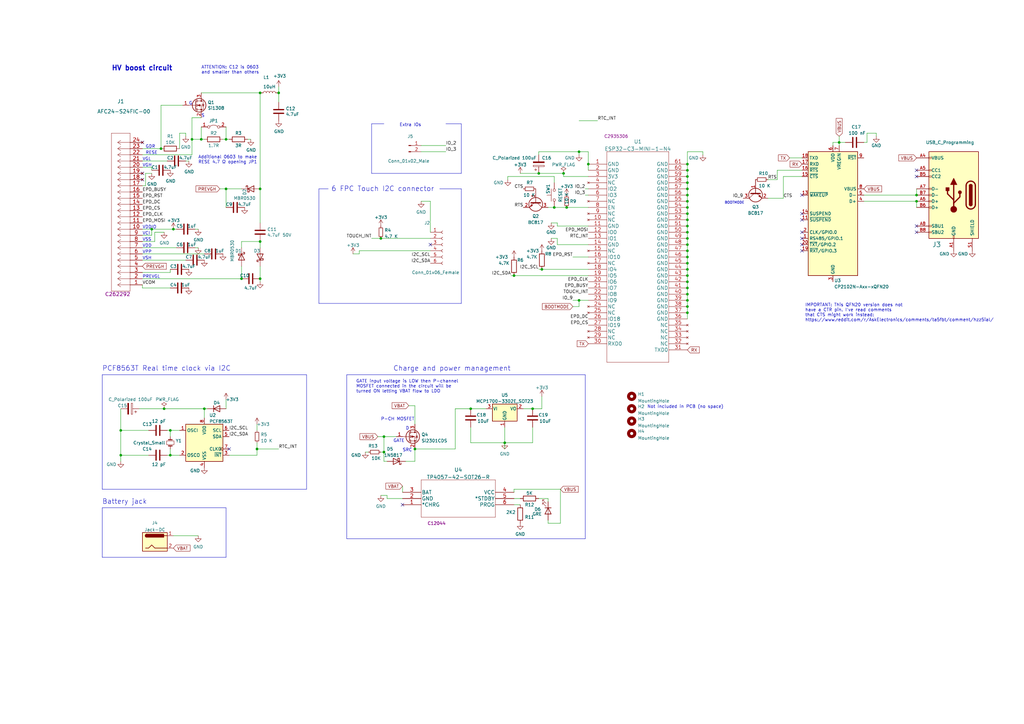
<source format=kicad_sch>
(kicad_sch (version 20230121) (generator eeschema)
  (paper "A3")
  (title_block (title "Goodisplay 24 pin adapter with touch for small epaper") (rev "1.0") (company "FASANI CORPORATION"))
  (junction (at 281.94 80.01))
  (junction (at 281.94 92.71))
  (junction (at 281.94 123.19))
  (junction (at 210.82 113.03))
  (junction (at 375.92 82.55))
  (junction (at 281.94 87.63))
  (junction (at 281.94 74.93))
  (junction (at 78.74 57.15))
  (junction (at 281.94 102.87))
  (junction (at 281.94 77.47))
  (junction (at 220.98 71.12))
  (junction (at 106.68 99.06))
  (junction (at 193.04 167.64))
  (junction (at 106.68 77.47))
  (junction (at 375.92 80.01))
  (junction (at 281.94 97.79))
  (junction (at 66.04 60.96))
  (junction (at 281.94 107.95))
  (junction (at 92.71 77.47))
  (junction (at 99.06 114.3))
  (junction (at 281.94 128.27))
  (junction (at 82.55 57.15))
  (junction (at 281.94 69.85))
  (junction (at 281.94 67.31))
  (junction (at 49.53 176.53))
  (junction (at 241.3 67.31))
  (junction (at 281.94 100.33))
  (junction (at 157.48 185.42))
  (junction (at 71.12 93.98))
  (junction (at 69.85 176.53))
  (junction (at 62.23 93.98))
  (junction (at 67.31 167.64))
  (junction (at 281.94 105.41))
  (junction (at 232.41 85.09))
  (junction (at 281.94 110.49))
  (junction (at 92.71 57.15))
  (junction (at 281.94 113.03))
  (junction (at 218.44 167.64))
  (junction (at 207.01 181.61))
  (junction (at 106.68 114.3))
  (junction (at 227.33 85.09))
  (junction (at 222.25 110.49))
  (junction (at 281.94 72.39))
  (junction (at 281.94 120.65))
  (junction (at 237.49 62.23))
  (junction (at 105.41 184.15))
  (junction (at 231.14 71.12))
  (junction (at 281.94 82.55))
  (junction (at 157.48 179.07))
  (junction (at 69.85 186.69))
  (junction (at 281.94 125.73))
  (junction (at 281.94 85.09))
  (junction (at 114.3 38.1))
  (junction (at 237.49 123.19))
  (junction (at 49.53 186.69))
  (junction (at 344.17 58.42))
  (junction (at 170.18 184.15))
  (junction (at 281.94 90.17))
  (junction (at 106.68 38.1))
  (junction (at 281.94 118.11))
  (junction (at 281.94 95.25))
  (junction (at 83.82 167.64))
  (junction (at 281.94 115.57))
  (junction (at 156.21 97.79))
  (no_connect (at 328.93 90.17))
  (no_connect (at 165.1 207.01))
  (no_connect (at 328.93 97.79))
  (no_connect (at 375.92 72.39))
  (no_connect (at 58.42 73.66))
  (no_connect (at 375.92 92.71))
  (no_connect (at 375.92 95.25))
  (no_connect (at 328.93 100.33))
  (no_connect (at 58.42 71.12))
  (no_connect (at 328.93 102.87))
  (no_connect (at 328.93 95.25))
  (no_connect (at 375.92 69.85))
  (no_connect (at 58.42 58.42))
  (no_connect (at 328.93 80.01))
  (no_connect (at 176.53 100.33))
  (no_connect (at 328.93 87.63))
  (no_connect (at 93.98 184.15))
  (polyline (pts (xy 189.23 77.47) (xy 189.23 124.46)))
  (wire (pts (xy 157.48 179.07) (xy 162.56 179.07)))
  (wire (pts (xy 281.94 130.81) (xy 281.94 128.27)))
  (wire (pts (xy 69.85 186.69) (xy 73.66 186.69)))
  (wire (pts (xy 166.37 189.23) (xy 170.18 189.23)))
  (wire (pts (xy 62.23 96.52) (xy 62.23 93.98)))
  (wire (pts (xy 105.41 184.15) (xy 105.41 186.69)))
  (wire (pts (xy 147.32 102.87) (xy 147.32 104.14)))
  (polyline (pts (xy 41.91 153.67) (xy 41.91 200.66)))
  (wire (pts (xy 237.49 62.23) (xy 237.49 63.5)))
  (wire (pts (xy 58.42 99.06) (xy 63.5 99.06)))
  (wire (pts (xy 234.95 125.73) (xy 237.49 125.73)))
  (wire (pts (xy 281.94 123.19) (xy 281.94 120.65)))
  (wire (pts (xy 281.94 105.41) (xy 281.94 102.87)))
  (wire (pts (xy 218.44 167.64) (xy 222.25 167.64)))
  (wire (pts (xy 355.6 58.42) (xy 355.6 54.61)))
  (wire (pts (xy 241.3 100.33) (xy 228.6 100.33)))
  (wire (pts (xy 207.01 175.26) (xy 207.01 181.61)))
  (polyline (pts (xy 41.91 200.66) (xy 125.73 200.66)))
  (wire (pts (xy 281.94 72.39) (xy 281.94 69.85)))
  (wire (pts (xy 227.33 72.39) (xy 208.28 72.39)))
  (wire (pts (xy 170.18 184.15) (xy 186.69 184.15)))
  (wire (pts (xy 92.71 57.15) (xy 93.98 57.15)))
  (wire (pts (xy 229.87 214.63) (xy 229.87 200.66)))
  (wire (pts (xy 81.28 93.98) (xy 80.01 93.98)))
  (wire (pts (xy 328.93 69.85) (xy 318.77 69.85)))
  (wire (pts (xy 232.41 85.09) (xy 241.3 85.09)))
  (wire (pts (xy 281.94 87.63) (xy 281.94 85.09)))
  (wire (pts (xy 228.6 97.79) (xy 228.6 100.33)))
  (polyline (pts (xy 130.81 77.47) (xy 134.62 77.47)))
  (wire (pts (xy 281.94 100.33) (xy 281.94 97.79)))
  (polyline (pts (xy 41.91 208.28) (xy 92.71 208.28)))
  (wire (pts (xy 224.79 204.47) (xy 224.79 205.74)))
  (wire (pts (xy 344.17 55.88) (xy 344.17 58.42)))
  (wire (pts (xy 209.55 113.03) (xy 210.82 113.03)))
  (wire (pts (xy 375.92 82.55) (xy 375.92 85.09)))
  (wire (pts (xy 99.06 99.06) (xy 106.68 99.06)))
  (wire (pts (xy 63.5 99.06) (xy 63.5 95.25)))
  (polyline (pts (xy 180.34 77.47) (xy 189.23 77.47)))
  (wire (pts (xy 59.69 71.12) (xy 62.23 71.12)))
  (wire (pts (xy 186.69 184.15) (xy 186.69 167.64)))
  (wire (pts (xy 58.42 63.5) (xy 78.74 63.5)))
  (wire (pts (xy 78.74 48.26) (xy 78.74 57.15)))
  (wire (pts (xy 207.01 181.61) (xy 218.44 181.61)))
  (wire (pts (xy 341.63 59.69) (xy 341.63 58.42)))
  (wire (pts (xy 58.42 93.98) (xy 62.23 93.98)))
  (wire (pts (xy 241.3 62.23) (xy 237.49 62.23)))
  (wire (pts (xy 76.2 54.61) (xy 76.2 55.88)))
  (polyline (pts (xy 189.23 71.12) (xy 152.4 71.12)))
  (wire (pts (xy 58.42 76.2) (xy 59.69 76.2)))
  (wire (pts (xy 344.17 58.42) (xy 344.17 59.69)))
  (wire (pts (xy 281.94 67.31) (xy 281.94 62.23)))
  (wire (pts (xy 220.98 204.47) (xy 224.79 204.47)))
  (wire (pts (xy 82.55 57.15) (xy 83.82 57.15)))
  (wire (pts (xy 80.01 101.6) (xy 81.28 101.6)))
  (wire (pts (xy 241.3 67.31) (xy 241.3 69.85)))
  (wire (pts (xy 58.42 116.84) (xy 58.42 118.11)))
  (wire (pts (xy 72.39 93.98) (xy 71.12 93.98)))
  (wire (pts (xy 82.55 38.1) (xy 106.68 38.1)))
  (polyline (pts (xy 189.23 50.8) (xy 189.23 71.12)))
  (wire (pts (xy 82.55 52.07) (xy 82.55 57.15)))
  (wire (pts (xy 176.53 102.87) (xy 147.32 102.87)))
  (wire (pts (xy 106.68 38.1) (xy 106.68 77.47)))
  (wire (pts (xy 170.18 189.23) (xy 170.18 184.15)))
  (wire (pts (xy 170.18 166.37) (xy 170.18 173.99)))
  (wire (pts (xy 240.03 80.01) (xy 241.3 80.01)))
  (wire (pts (xy 69.85 176.53) (xy 73.66 176.53)))
  (wire (pts (xy 224.79 213.36) (xy 224.79 214.63)))
  (wire (pts (xy 328.93 72.39) (xy 321.31 72.39)))
  (wire (pts (xy 281.94 125.73) (xy 281.94 123.19)))
  (wire (pts (xy 99.06 109.22) (xy 99.06 114.3)))
  (wire (pts (xy 158.75 204.47) (xy 158.75 203.2)))
  (wire (pts (xy 222.25 167.64) (xy 222.25 162.56)))
  (wire (pts (xy 281.94 118.11) (xy 281.94 115.57)))
  (wire (pts (xy 210.82 207.01) (xy 213.36 207.01)))
  (wire (pts (xy 220.98 71.12) (xy 231.14 71.12)))
  (wire (pts (xy 176.53 82.55) (xy 176.53 95.25)))
  (wire (pts (xy 220.98 62.23) (xy 220.98 63.5)))
  (wire (pts (xy 218.44 181.61) (xy 218.44 175.26)))
  (wire (pts (xy 69.85 111.76) (xy 69.85 110.49)))
  (wire (pts (xy 157.48 189.23) (xy 158.75 189.23)))
  (wire (pts (xy 154.94 179.07) (xy 157.48 179.07)))
  (wire (pts (xy 241.3 92.71) (xy 228.6 92.71)))
  (wire (pts (xy 354.33 82.55) (xy 375.92 82.55)))
  (wire (pts (xy 281.94 82.55) (xy 281.94 80.01)))
  (wire (pts (xy 241.3 72.39) (xy 231.14 72.39)))
  (wire (pts (xy 323.85 64.77) (xy 328.93 64.77)))
  (wire (pts (xy 90.17 77.47) (xy 92.71 77.47)))
  (wire (pts (xy 62.23 68.58) (xy 62.23 69.85)))
  (wire (pts (xy 172.72 59.69) (xy 182.88 59.69)))
  (polyline (pts (xy 189.23 124.46) (xy 130.81 124.46)))
  (wire (pts (xy 213.36 71.12) (xy 220.98 71.12)))
  (wire (pts (xy 106.68 77.47) (xy 106.68 91.44)))
  (wire (pts (xy 229.87 214.63) (xy 224.79 214.63)))
  (wire (pts (xy 60.96 186.69) (xy 49.53 186.69)))
  (wire (pts (xy 193.04 167.64) (xy 199.39 167.64)))
  (wire (pts (xy 92.71 77.47) (xy 99.06 77.47)))
  (wire (pts (xy 240.03 77.47) (xy 241.3 77.47)))
  (wire (pts (xy 156.21 185.42) (xy 157.48 185.42)))
  (wire (pts (xy 228.6 92.71) (xy 228.6 91.44)))
  (wire (pts (xy 67.31 167.64) (xy 83.82 167.64)))
  (wire (pts (xy 99.06 101.6) (xy 99.06 99.06)))
  (wire (pts (xy 281.94 115.57) (xy 281.94 113.03)))
  (polyline (pts (xy 130.81 124.46) (xy 130.81 77.47)))
  (wire (pts (xy 83.82 167.64) (xy 83.82 171.45)))
  (polyline (pts (xy 142.24 153.67) (xy 142.24 220.98)))
  (wire (pts (xy 237.49 125.73) (xy 237.49 123.19)))
  (polyline (pts (xy 92.71 228.6) (xy 41.91 228.6)))
  (wire (pts (xy 106.68 99.06) (xy 106.68 101.6)))
  (wire (pts (xy 157.48 179.07) (xy 157.48 185.42)))
  (wire (pts (xy 114.3 38.1) (xy 114.3 41.91)))
  (wire (pts (xy 281.94 74.93) (xy 281.94 72.39)))
  (wire (pts (xy 83.82 167.64) (xy 85.09 167.64)))
  (wire (pts (xy 105.41 184.15) (xy 114.3 184.15)))
  (wire (pts (xy 92.71 85.09) (xy 92.71 77.47)))
  (wire (pts (xy 58.42 114.3) (xy 99.06 114.3)))
  (wire (pts (xy 58.42 68.58) (xy 62.23 68.58)))
  (wire (pts (xy 237.49 62.23) (xy 220.98 62.23)))
  (wire (pts (xy 91.44 57.15) (xy 92.71 57.15)))
  (wire (pts (xy 186.69 167.64) (xy 193.04 167.64)))
  (wire (pts (xy 281.94 69.85) (xy 281.94 67.31)))
  (wire (pts (xy 228.6 91.44) (xy 226.06 91.44)))
  (wire (pts (xy 49.53 186.69) (xy 49.53 189.23)))
  (wire (pts (xy 105.41 186.69) (xy 93.98 186.69)))
  (wire (pts (xy 281.94 77.47) (xy 281.94 74.93)))
  (wire (pts (xy 231.14 72.39) (xy 231.14 71.12)))
  (polyline (pts (xy 41.91 153.67) (xy 125.73 153.67)))
  (wire (pts (xy 227.33 85.09) (xy 232.41 85.09)))
  (wire (pts (xy 149.86 185.42) (xy 151.13 185.42)))
  (wire (pts (xy 227.33 74.93) (xy 227.33 72.39)))
  (wire (pts (xy 165.1 204.47) (xy 158.75 204.47)))
  (wire (pts (xy 63.5 95.25) (xy 67.31 95.25)))
  (wire (pts (xy 114.3 35.56) (xy 114.3 38.1)))
  (polyline (pts (xy 142.24 153.67) (xy 240.03 153.67)))
  (wire (pts (xy 58.42 111.76) (xy 69.85 111.76)))
  (wire (pts (xy 106.68 109.22) (xy 106.68 114.3)))
  (wire (pts (xy 172.72 82.55) (xy 176.53 82.55)))
  (wire (pts (xy 66.04 43.18) (xy 74.93 43.18)))
  (wire (pts (xy 355.6 54.61) (xy 359.41 54.61)))
  (polyline (pts (xy 92.71 208.28) (xy 92.71 228.6)))
  (wire (pts (xy 281.94 95.25) (xy 281.94 92.71)))
  (wire (pts (xy 245.11 49.53) (xy 237.49 49.53)))
  (wire (pts (xy 281.94 120.65) (xy 281.94 118.11)))
  (wire (pts (xy 214.63 167.64) (xy 218.44 167.64)))
  (wire (pts (xy 207.01 181.61) (xy 207.01 184.15)))
  (polyline (pts (xy 152.4 50.8) (xy 157.48 50.8)))
  (wire (pts (xy 152.4 97.79) (xy 156.21 97.79)))
  (wire (pts (xy 105.41 181.61) (xy 105.41 184.15)))
  (wire (pts (xy 92.71 52.07) (xy 92.71 57.15)))
  (wire (pts (xy 354.33 80.01) (xy 375.92 80.01)))
  (wire (pts (xy 92.71 167.64) (xy 92.71 163.83)))
  (wire (pts (xy 69.85 186.69) (xy 69.85 184.15)))
  (wire (pts (xy 288.29 62.23) (xy 288.29 63.5)))
  (wire (pts (xy 281.94 80.01) (xy 281.94 77.47)))
  (wire (pts (xy 57.15 167.64) (xy 67.31 167.64)))
  (wire (pts (xy 62.23 93.98) (xy 71.12 93.98)))
  (wire (pts (xy 78.74 48.26) (xy 82.55 48.26)))
  (wire (pts (xy 354.33 58.42) (xy 355.6 58.42)))
  (wire (pts (xy 105.41 173.99) (xy 105.41 176.53)))
  (polyline (pts (xy 152.4 71.12) (xy 152.4 50.8)))
  (wire (pts (xy 213.36 204.47) (xy 210.82 204.47)))
  (wire (pts (xy 224.79 85.09) (xy 227.33 85.09)))
  (wire (pts (xy 193.04 175.26) (xy 193.04 181.61)))
  (wire (pts (xy 147.32 104.14) (xy 144.78 104.14)))
  (wire (pts (xy 210.82 113.03) (xy 241.3 113.03)))
  (wire (pts (xy 234.95 105.41) (xy 241.3 105.41)))
  (wire (pts (xy 106.68 115.57) (xy 106.68 114.3)))
  (wire (pts (xy 66.04 60.96) (xy 66.04 43.18)))
  (wire (pts (xy 102.87 57.15) (xy 101.6 57.15)))
  (wire (pts (xy 58.42 106.68) (xy 76.2 106.68)))
  (wire (pts (xy 281.94 97.79) (xy 281.94 95.25)))
  (wire (pts (xy 220.98 110.49) (xy 222.25 110.49)))
  (wire (pts (xy 281.94 110.49) (xy 281.94 107.95)))
  (wire (pts (xy 167.64 166.37) (xy 170.18 166.37)))
  (wire (pts (xy 165.1 199.39) (xy 165.1 201.93)))
  (wire (pts (xy 156.21 97.79) (xy 176.53 97.79)))
  (wire (pts (xy 210.82 200.66) (xy 210.82 201.93)))
  (wire (pts (xy 60.96 176.53) (xy 49.53 176.53)))
  (wire (pts (xy 281.94 102.87) (xy 281.94 100.33)))
  (wire (pts (xy 281.94 62.23) (xy 288.29 62.23)))
  (wire (pts (xy 78.74 57.15) (xy 82.55 57.15)))
  (wire (pts (xy 59.69 76.2) (xy 59.69 71.12)))
  (wire (pts (xy 58.42 96.52) (xy 62.23 96.52)))
  (wire (pts (xy 375.92 77.47) (xy 375.92 80.01)))
  (wire (pts (xy 229.87 200.66) (xy 210.82 200.66)))
  (wire (pts (xy 344.17 58.42) (xy 346.71 58.42)))
  (polyline (pts (xy 41.91 208.28) (xy 41.91 228.6)))
  (wire (pts (xy 226.06 97.79) (xy 228.6 97.79)))
  (polyline (pts (xy 142.24 220.98) (xy 240.03 220.98)))
  (wire (pts (xy 208.28 72.39) (xy 208.28 73.66)))
  (wire (pts (xy 222.25 110.49) (xy 241.3 110.49)))
  (wire (pts (xy 237.49 123.19) (xy 241.3 123.19)))
  (wire (pts (xy 172.72 62.23) (xy 182.88 62.23)))
  (wire (pts (xy 58.42 118.11) (xy 69.85 118.11)))
  (wire (pts (xy 241.3 67.31) (xy 241.3 62.23)))
  (wire (pts (xy 281.94 113.03) (xy 281.94 110.49)))
  (wire (pts (xy 69.85 176.53) (xy 69.85 179.07)))
  (wire (pts (xy 234.95 123.19) (xy 237.49 123.19)))
  (wire (pts (xy 281.94 85.09) (xy 281.94 82.55)))
  (wire (pts (xy 318.77 69.85) (xy 318.77 73.66)))
  (wire (pts (xy 321.31 72.39) (xy 321.31 81.28)))
  (wire (pts (xy 68.58 186.69) (xy 69.85 186.69)))
  (polyline (pts (xy 182.88 50.8) (xy 189.23 50.8)))
  (polyline (pts (xy 125.73 200.66) (xy 125.73 153.67)))
  (wire (pts (xy 71.12 219.71) (xy 81.28 219.71)))
  (wire (pts (xy 58.42 104.14) (xy 83.82 104.14)))
  (polyline (pts (xy 240.03 220.98) (xy 240.03 153.67)))
  (wire (pts (xy 193.04 181.61) (xy 207.01 181.61)))
  (wire (pts (xy 281.94 92.71) (xy 281.94 90.17)))
  (wire (pts (xy 49.53 167.64) (xy 49.53 176.53)))
  (wire (pts (xy 157.48 185.42) (xy 157.48 189.23)))
  (wire (pts (xy 359.41 54.61) (xy 359.41 55.88)))
  (wire (pts (xy 281.94 128.27) (xy 281.94 125.73)))
  (wire (pts (xy 58.42 66.04) (xy 68.58 66.04)))
  (wire (pts (xy 321.31 81.28) (xy 314.96 81.28)))
  (wire (pts (xy 73.66 60.96) (xy 73.66 54.61)))
  (wire (pts (xy 58.42 60.96) (xy 66.04 60.96)))
  (wire (pts (xy 77.47 66.04) (xy 76.2 66.04)))
  (wire (pts (xy 158.75 203.2) (xy 156.21 203.2)))
  (wire (pts (xy 341.63 58.42) (xy 344.17 58.42)))
  (wire (pts (xy 281.94 90.17) (xy 281.94 87.63)))
  (wire (pts (xy 73.66 54.61) (xy 76.2 54.61)))
  (wire (pts (xy 281.94 107.95) (xy 281.94 105.41)))
  (wire (pts (xy 78.74 57.15) (xy 78.74 63.5)))
  (wire (pts (xy 58.42 101.6) (xy 72.39 101.6)))
  (wire (pts (xy 49.53 176.53) (xy 49.53 186.69)))
  (wire (pts (xy 68.58 176.53) (xy 69.85 176.53)))
  (wire (pts (xy 318.77 73.66) (xy 314.96 73.66)))
  (text "PREVGL" (at 58.42 114.3 0) (effects (font (size 1.27 1.27)) (justify left bottom)))
  (text "GATE input voltage is LOW then P-channel \nMOSFET connected in the circuit will be \nturned ON letting VBAT flow to LDO" (at 146.05 161.29 0) (effects (font (size 1.27 1.27)) (justify left bottom)))
  (text "Not included in PCB (no space)" (at 265.43 167.64 0) (effects (font (size 1.27 1.27)) (justify left bottom)))
  (text "VCI" (at 58.42 96.52 0) (effects (font (size 1.27 1.27)) (justify left bottom)))
  (text "P-CH MOSFET" (at 156.21 172.72 0) (effects (font (size 1.27 1.27)) (justify left bottom)))
  (text "RESE" (at 59.69 63.5 0) (effects (font (size 1.27 1.27)) (justify left bottom)))
  (text "Extra IOs" (at 163.83 52.07 0) (effects (font (size 1.27 1.27)) (justify left bottom)))
  (text "ATTENTION: C12 is 0603\nand smaller than others" (at 82.55 30.48 0) (effects (font (size 1.27 1.27)) (justify left bottom)))
  (text "Battery jack" (at 41.91 207.01 0) (effects (font (size 2 2)) (justify left bottom)))
  (text "VGH" (at 58.42 68.58 0) (effects (font (size 1.27 1.27)) (justify left bottom)))
  (text "SRC" (at 165.1 185.42 0) (effects (font (size 1.27 1.27)) (justify left bottom)))
  (text "VSS" (at 58.42 99.06 0) (effects (font (size 1.27 1.27)) (justify left bottom)))
  (text "VDD" (at 58.42 101.6 0) (effects (font (size 1.27 1.27)) (justify left bottom)))
  (text "G" (at 77.47 43.18 0) (effects (font (size 1.27 1.27)) (justify left bottom)))
  (text "6 FPC Touch I2C connector" (at 135.89 78.74 0) (effects (font (size 2 2)) (justify left bottom)))
  (text "BOOTMODE" (at 297.18 83.82 0) (effects (font (size 1 1)) (justify left bottom)))
  (text "HV boost circuit" (at 45.72 29.21 0) (effects (font (size 2 2) (thickness 0.4) bold) (justify left bottom)))
  (text "GDR" (at 59.69 60.96 0) (effects (font (size 1.27 1.27)) (justify left bottom)))
  (text "Additional 0603 to make\nRESE 4.7 Ω opening JP1" (at 81.28 67.31 0) (effects (font (size 1.27 1.27)) (justify left bottom)))
  (text "GATE" (at 161.29 181.61 0) (effects (font (size 1.27 1.27)) (justify left bottom)))
  (text "S" (at 82.55 48.26 0) (effects (font (size 1.27 1.27)) (justify left bottom)))
  (text "IMPORTANT: This QFN20 version does not\nhave a CTR pin. I've read comments \nthat CTS might work instead:\nhttps://www.reddit.com/r/AskElectronics/comments/ta5fbt/comment/hzz5ial/" (at 330.2 132.08 0) (effects (font (size 1.27 1.27)) (justify left bottom)))
  (text "VGL" (at 58.42 66.04 0) (effects (font (size 1.27 1.27)) (justify left bottom)))
  (text "Charge and power management" (at 161.29 152.4 0) (effects (font (size 2 2)) (justify left bottom)))
  (text "VPP" (at 58.42 104.14 0) (effects (font (size 1.27 1.27)) (justify left bottom)))
  (text "VSH" (at 58.42 106.68 0) (effects (font (size 1.27 1.27)) (justify left bottom)))
  (text "D" (at 166.37 176.53 0) (effects (font (size 1.27 1.27)) (justify left bottom)))
  (text "PCF8563T Real time clock via I2C" (at 41.91 152.4 0) (effects (font (size 2 2)) (justify left bottom)))
  (text "VDDIO" (at 58.42 93.98 0) (effects (font (size 1.27 1.27)) (justify left bottom)))
  (label "RTC_INT" (at 241.3 97.79 180))
  (label "IO_2" (at 182.88 59.69 0))
  (label "CTS" (at 214.63 77.47 180))
  (label "CTS" (at 321.31 81.28 0))
  (label "EPD_MOSI" (at 241.3 95.25 180))
  (label "RTS" (at 214.63 85.09 180))
  (label "IO_9" (at 304.8 81.28 180))
  (label "I2C_SDA" (at 93.98 179.07 0))
  (label "EPD_RST" (at 234.95 105.41 180))
  (label "RTC_INT" (at 245.11 49.53 0))
  (label "EPD_CLK" (at 58.42 88.9 0))
  (label "VCOM" (at 58.42 116.84 0))
  (label "I2C_SCL" (at 176.53 105.41 180))
  (label "I2C_SDA" (at 209.55 113.03 180))
  (label "I2C_SCL" (at 220.98 110.49 180))
  (label "RTS" (at 314.96 73.66 0))
  (label "EPD_DC" (at 241.3 130.81 180))
  (label "EPD_RST" (at 58.42 81.28 0))
  (label "TOUCH_INT" (at 241.3 120.65 180))
  (label "EPD_BUSY" (at 58.42 78.74 0))
  (label "I2C_SDA" (at 176.53 107.95 180))
  (label "IO_3" (at 240.03 80.01 180))
  (label "RTC_INT" (at 114.3 184.15 0))
  (label "IO_9" (at 234.95 123.19 180))
  (label "IO_2" (at 240.03 77.47 180))
  (label "EPD_MOSI" (at 58.42 91.44 0))
  (label "EPD_DC" (at 58.42 83.82 0))
  (label "I2C_SCL" (at 93.98 176.53 0))
  (label "EPD_BUSY" (at 241.3 118.11 180))
  (label "EPD_CLK" (at 241.3 115.57 180))
  (label "IO_3" (at 182.88 62.23 0))
  (label "EPD_CS" (at 58.42 86.36 0))
  (label "TOUCH_INT" (at 152.4 97.79 180))
  (label "EPD_CS" (at 241.3 133.35 180))
  (global_label "PREVGH" (shape input) (at 58.42 109.22 0) (property "Intersheetrefs" "${INTERSHEET_REFS}" (effects hide)))
  (global_label "TX" (shape input) (at 241.3 140.97 180) (property "Intersheetrefs" "${INTERSHEET_REFS}" (effects hide)))
  (global_label "PREVGH" (shape input) (at 90.17 77.47 180) (property "Intersheetrefs" "${INTERSHEET_REFS}" (effects hide)))
  (global_label "VBAT" (shape input) (at 167.64 166.37 180) (property "Intersheetrefs" "${INTERSHEET_REFS}" (effects hide)))
  (global_label "VBUS" (shape input) (at 344.17 55.88 90) (property "Intersheetrefs" "${INTERSHEET_REFS}" (effects hide)))
  (global_label "VBAT" (shape input) (at 71.12 224.79 0) (property "Intersheetrefs" "${INTERSHEET_REFS}" (effects hide)))
  (global_label "VBUS" (shape input) (at 375.92 64.77 180) (property "Intersheetrefs" "${INTERSHEET_REFS}" (effects hide)))
  (global_label "TX" (shape input) (at 323.85 64.77 180) (property "Intersheetrefs" "${INTERSHEET_REFS}" (effects hide)))
  (global_label "VBAT" (shape input) (at 165.1 199.39 180) (property "Intersheetrefs" "${INTERSHEET_REFS}" (effects hide)))
  (global_label "BOOTMODE" (shape input) (at 234.95 125.73 180) (property "Intersheetrefs" "${INTERSHEET_REFS}" (effects hide)))
  (global_label "RX" (shape input) (at 281.94 143.51 0) (property "Intersheetrefs" "${INTERSHEET_REFS}" (effects hide)))
  (global_label "VBUS" (shape input) (at 154.94 179.07 180) (property "Intersheetrefs" "${INTERSHEET_REFS}" (effects hide)))
  (global_label "VBUS" (shape input) (at 229.87 200.66 0) (property "Intersheetrefs" "${INTERSHEET_REFS}" (effects hide)))
  (global_label "VBUS" (shape input) (at 354.33 77.47 0) (property "Intersheetrefs" "${INTERSHEET_REFS}" (effects hide)))
  (global_label "RX" (shape input) (at 328.93 67.31 180) (property "Intersheetrefs" "${INTERSHEET_REFS}" (effects hide)))
  (symbol (lib_id "Device:C") (at 114.3 45.72 180) (unit 1)
    (property "Reference" "C12" (at 117.221 44.5516 0) (effects (justify right)))
    (property "Value" "4.7uF" (at 117.221 46.863 0) (effects (justify right)))
    (property "Footprint" "Capacitor_SMD:C_0603_1608Metric" (effects hide))
    (property "Datasheet" "https://jlcpcb.com/partdetail/97651-CL10A106MA8NRNC/C96446" (effects hide))
    (property "LCSC" "C19666" (effects hide))
  )
  (symbol (lib_id "power:GND") (at 114.3 49.53 0) (unit 1)
    (property "Reference" "#PWR0109" (effects hide))
    (property "Value" "GND" (at 114.427 53.9242 0))
  )
  (symbol (lib_id "power:+3V3") (at 114.3 35.56 0) (unit 1)
    (property "Reference" "#PWR0119" (effects hide))
    (property "Value" "+3V3" (at 114.681 31.1658 0))
  )
  (symbol (lib_id "power:+3.3V") (at 210.82 105.41 0) (unit 1)
    (property "Reference" "#PWR024" (effects hide))
    (property "Value" "+3.3V" (at 205.74 105.41 0))
  )
  (symbol (lib_id "Device:C") (at 193.04 171.45 0) (unit 1)
    (property "Reference" "C18" (at 199.39 170.18 0) (effects (justify right)))
    (property "Value" "10uF" (at 200.66 172.72 0) (effects (justify right)))
    (property "Footprint" "Capacitor_SMD:C_0805_2012Metric" (effects hide))
    (property "LCSC" "C15850" (effects hide))
  )
  (symbol (lib_id "power:GND") (at 81.28 219.71 0) (unit 1)
    (property "Reference" "#PWR033" (effects hide))
    (property "Value" "GND" (at 81.28 224.2725 0))
  )
  (symbol (lib_id "Device:R") (at 97.79 57.15 90) (unit 1)
    (property "Reference" "R3" (at 97.79 54.61 90))
    (property "Value" "3R" (at 97.79 59.69 90))
    (property "Footprint" "Resistor_SMD:R_0603_1608Metric" (effects hide))
    (property "Datasheet" "https://jlcpcb.com/partdetail/25980-0603WAJ030JT5E/C25237" (effects hide))
    (property "LCSC" "C25237" (effects hide))
  )
  (symbol (lib_id "power:+3V3") (at 232.41 80.01 0) (unit 1)
    (property "Reference" "#PWR027" (effects hide))
    (property "Value" "+3V3" (at 232.41 76.4342 0))
  )
  (symbol (lib_id "power:GND") (at 77.47 118.11 0) (unit 1)
    (property "Reference" "#PWR09" (effects hide))
    (property "Value" "GND" (effects hide))
  )
  (symbol (lib_id "footprint:FH12-24S-0.5SV55") (at 58.42 116.84 180) (unit 1)
    (property "Reference" "J1" (at 49.53 41.5724 0) (effects (font (size 1.524 1.524))))
    (property "Value" "AFC24-S24FIC-00" (at 50.8 45.72 0) (effects (font (size 1.524 1.524))))
    (property "Footprint" "footprint:AFC24-S24FIC-00" (effects hide))
    (property "Datasheet" "C262292" (at 48.26 120.65 0) (effects (font (size 1.524 1.524))))
  )
  (symbol (lib_id "power:+3.3V") (at 92.71 163.83 0) (unit 1)
    (property "Reference" "#PWR019" (effects hide))
    (property "Value" "+3.3V" (at 95.25 163.83 0))
  )
  (symbol (lib_id "Connector:Conn_01x02_Male") (at 167.64 59.69 0) (unit 1)
    (property "Reference" "J5" (at 168.275 55.914 0))
    (property "Value" "Conn_01x02_Male" (at 167.64 66.04 0))
    (property "Footprint" "Connector_PinHeader_1.27mm:PinHeader_1x02_P1.27mm_Vertical" (effects hide))
  )
  (symbol (lib_id "power:GND") (at 226.06 97.79 0) (unit 1)
    (property "Reference" "#PWR0101" (effects hide))
    (property "Value" "GND" (at 226.06 101.6 0))
  )
  (symbol (lib_id "power:+3V3") (at 71.12 93.98 0) (unit 1)
    (property "Reference" "#PWR04" (effects hide))
    (property "Value" "+3V3" (at 71.12 90.4042 0))
  )
  (symbol (lib_id "Transistor_BJT:BC817") (at 219.71 82.55 270) (unit 1)
    (property "Reference" "Q2" (at 219.71 88.6698 90))
    (property "Value" "BC817" (at 219.71 91.2067 90))
    (property "Footprint" "Package_TO_SOT_SMD:SOT-23" (effects hide))
    (property "Datasheet" "https://www.onsemi.com/pub/Collateral/BC818-D.pdf" (effects hide))
    (property "LCSC" "C146798" (effects hide))
  )
  (symbol (lib_id "Device:C") (at 87.63 104.14 270) (unit 1)
    (property "Reference" "C8" (at 85.09 102.87 90))
    (property "Value" "1uF" (at 90.17 102.87 90))
    (property "Footprint" "Capacitor_SMD:C_0805_2012Metric_Pad1.18x1.45mm_HandSolder" (effects hide))
    (property "LCSC" "C28323" (effects hide))
  )
  (symbol (lib_id "Device:R_Small") (at 232.41 82.55 0) (unit 1)
    (property "Reference" "R9" (at 233.68 82.55 0) (effects (justify left)))
    (property "Value" "10 K" (at 232.41 83.82 90) (effects (justify left)))
    (property "Footprint" "Resistor_SMD:R_0603_1608Metric" (effects hide))
    (property "Datasheet" "https://datasheet.lcsc.com/lcsc/2206010045_UNI-ROYAL-Uniroyal-Elec-0603WAF1002T5E_C25804.pdf" (effects hide))
    (property "LCSC" "C25804" (effects hide))
  )
  (symbol (lib_id "Transistor_FET:2N7002") (at 80.01 43.18 0) (unit 1)
    (property "Reference" "Q1" (at 85.1916 42.0116 0) (effects (justify left)))
    (property "Value" "Si1308" (at 85.1916 44.323 0) (effects (justify left)))
    (property "Footprint" "Package_TO_SOT_SMD:SOT-323_SC-70" (effects hide))
    (property "Datasheet" "https://www.onsemi.com/pub/Collateral/NDS7002A-D.PDF" (effects hide))
    (property "LCSC" "C469327" (effects hide))
  )
  (symbol (lib_id "power:GND") (at 359.41 55.88 0) (unit 1)
    (property "Reference" "#PWR030" (effects hide))
    (property "Value" "GND" (at 359.41 59.69 0))
  )
  (symbol (lib_id "TP4057:TP4057-42-SOT26-R") (at 165.1 207.01 0) (mirror x) (unit 1)
    (property "Reference" "U4" (at 187.96 192.7024 0) (effects (font (size 1.524 1.524))))
    (property "Value" "TP4057-42-SOT26-R" (at 187.96 195.6958 0) (effects (font (size 1.524 1.524))))
    (property "Footprint" "footprint:TP4057-42-SOT26-R" (effects hide))
    (property "Datasheet" "https://jlcpcb.com/partdetail/12599-TP4057_42_SOT26R/C12044" (effects hide))
    (property "LCSC" "C12044" (at 179.07 214.63 0))
  )
  (symbol (lib_id "Device:C") (at 72.39 66.04 270) (unit 1)
    (property "Reference" "C2" (at 69.85 64.77 90))
    (property "Value" "4.7uF" (at 76.2 64.77 90))
    (property "Footprint" "Capacitor_SMD:C_0805_2012Metric_Pad1.18x1.45mm_HandSolder" (effects hide))
    (property "LCSC" "C1779" (effects hide))
  )
  (symbol (lib_id "Device:L") (at 110.49 38.1 90) (unit 1)
    (property "Reference" "L1" (at 109.22 31.75 90))
    (property "Value" "10uH" (at 110.49 35.56 90))
    (property "Footprint" "footprint:SWPA4030S1R0NT" (effects hide))
    (property "Datasheet" "https://jlcpcb.com/partdetail/Sunlord-SWPA4030S100MT/C38117" (effects hide))
    (property "LCSC" "C38117" (effects hide))
  )
  (symbol (lib_id "power:GND") (at 83.82 191.77 0) (unit 1)
    (property "Reference" "#PWR018" (effects hide))
    (property "Value" "GND" (at 80.01 193.04 0))
  )
  (symbol (lib_id "power:GND") (at 83.82 106.68 0) (unit 1)
    (property "Reference" "#PWR012" (effects hide))
    (property "Value" "GND" (effects hide))
  )
  (symbol (lib_id "power:GND") (at 208.28 73.66 0) (unit 1)
    (property "Reference" "#PWR023" (effects hide))
    (property "Value" "GND" (at 204.47 74.93 0))
  )
  (symbol (lib_id "Device:R") (at 69.85 60.96 90) (unit 1)
    (property "Reference" "R1" (at 69.85 55.88 90))
    (property "Value" "10K" (at 69.85 58.42 90))
    (property "Footprint" "Resistor_SMD:R_0603_1608Metric" (effects hide))
    (property "Datasheet" "https://jlcpcb.com/partdetail/26547-0603WAF1002T5E/C25804" (effects hide))
    (property "LCSC" "C25804" (effects hide))
  )
  (symbol (lib_id "Device:C") (at 73.66 118.11 270) (unit 1)
    (property "Reference" "C4" (at 71.12 116.84 90))
    (property "Value" "1uF" (at 76.2 116.84 90))
    (property "Footprint" "Capacitor_SMD:C_0805_2012Metric_Pad1.18x1.45mm_HandSolder" (effects hide))
    (property "LCSC" "C28323" (effects hide))
  )
  (symbol (lib_id "Device:R") (at 217.17 204.47 90) (unit 1)
    (property "Reference" "R12" (at 217.17 207.01 90))
    (property "Value" "5K" (at 217.17 202.2911 90))
    (property "Footprint" "Resistor_SMD:R_0603_1608Metric" (effects hide))
    (property "LCSC" "C23046" (effects hide))
  )
  (symbol (lib_id "Device:C") (at 350.52 58.42 90) (unit 1)
    (property "Reference" "C17" (at 349.25 52.07 90) (effects (justify right)))
    (property "Value" "100 nF" (at 347.98 54.61 90) (effects (justify right)))
    (property "Footprint" "Capacitor_SMD:C_0805_2012Metric" (effects hide))
    (property "LCSC" "C28233" (effects hide))
  )
  (symbol (lib_id "power:GND") (at 69.85 69.85 0) (unit 1)
    (property "Reference" "#PWR03" (effects hide))
    (property "Value" "GND" (at 69.977 74.2442 0))
  )
  (symbol (lib_id "Device:C") (at 96.52 85.09 270) (unit 1)
    (property "Reference" "C9" (at 93.98 83.82 90))
    (property "Value" "4.7uF" (at 100.33 83.82 90))
    (property "Footprint" "Capacitor_SMD:C_0805_2012Metric_Pad1.18x1.45mm_HandSolder" (effects hide))
    (property "LCSC" "C1779" (effects hide))
  )
  (symbol (lib_id "Connector:Jack-DC") (at 63.5 222.25 0) (unit 1)
    (property "Reference" "J4" (at 63.5 214.4735 0))
    (property "Value" "Jack-DC" (at 63.5 217.2486 0))
    (property "Footprint" "Connector_JST:JST_ACH_BM02B-ACHSS-GAN-ETF_1x02-1MP_P1.20mm_Vertical" (effects hide))
  )
  (symbol (lib_id "power:GND") (at 81.28 93.98 0) (unit 1)
    (property "Reference" "#PWR010" (effects hide))
    (property "Value" "GND" (at 81.407 98.3742 0))
  )
  (symbol (lib_id "power:GND") (at 391.16 102.87 0) (unit 1)
    (property "Reference" "#PWR031" (effects hide))
    (property "Value" "GND" (at 387.35 104.14 0))
  )
  (symbol (lib_id "power:GND") (at 237.49 63.5 0) (unit 1)
    (property "Reference" "#PWR028" (effects hide))
    (property "Value" "GND" (at 233.68 64.77 0))
  )
  (symbol (lib_id "Device:R") (at 222.25 106.68 180) (unit 1)
    (property "Reference" "R8" (at 223.52 104.14 0) (effects (justify right)))
    (property "Value" "4.7K" (at 215.9 105.41 0) (effects (justify right)))
    (property "Footprint" "Resistor_SMD:R_0603_1608Metric" (effects hide))
    (property "LCSC" "C23162" (effects hide))
  )
  (symbol (lib_id "Device:R") (at 87.63 57.15 90) (unit 1)
    (property "Reference" "R2" (at 87.63 54.61 90))
    (property "Value" "1.7R" (at 87.63 59.69 90))
    (property "Footprint" "Resistor_SMD:R_0603_1608Metric" (effects hide))
    (property "Datasheet" "https://jlcpcb.com/partdetail/25980-0603WAJ030JT5E/C25237" (effects hide))
    (property "LCSC" "C407537" (effects hide))
  )
  (symbol (lib_id "power:GND") (at 102.87 57.15 0) (unit 1)
    (property "Reference" "#PWR014" (effects hide))
    (property "Value" "GND" (at 102.997 61.5442 0))
  )
  (symbol (lib_id "Device:C_Polarized") (at 53.34 167.64 270) (mirror x) (unit 1)
    (property "Reference" "C15" (at 48.26 166.37 90) (effects (justify left)))
    (property "Value" "C_Polarized 100uF" (at 44.45 163.83 90) (effects (justify left)))
    (property "Footprint" "Capacitor_Tantalum_SMD:CP_EIA-3528-21_Kemet-B" (effects hide))
    (property "Datasheet" "https://datasheet.lcsc.com/lcsc/2004141707_KEMET-T491X477K010AT_C513339.pdf" (effects hide))
    (property "LCSC" "C129289" (effects hide))
  )
  (symbol (lib_id "power:+3.3V") (at 105.41 173.99 0) (unit 1)
    (property "Reference" "#PWR020" (effects hide))
    (property "Value" "+3.3V" (at 107.95 173.99 0))
  )
  (symbol (lib_id "Device:R_Small") (at 217.17 77.47 270) (unit 1)
    (property "Reference" "R7" (at 215.9 74.93 90) (effects (justify left)))
    (property "Value" "10 K" (at 214.63 80.01 90) (effects (justify left)))
    (property "Footprint" "Resistor_SMD:R_0603_1608Metric" (effects hide))
    (property "Datasheet" "https://datasheet.lcsc.com/lcsc/2206010045_UNI-ROYAL-Uniroyal-Elec-0603WAF1002T5E_C25804.pdf" (effects hide))
    (property "LCSC" "C25804" (effects hide))
  )
  (symbol (lib_id "Mechanical:MountingHole") (at 259.08 167.64 0) (unit 1) (in_bom no) (on_board no)
    (property "Reference" "H2" (at 261.62 166.7315 0) (effects (justify left)))
    (property "Value" "MountingHole" (at 261.62 169.5066 0) (effects (justify left)))
    (property "Footprint" "MountingHole:MountingHole_2.1mm" (effects hide))
  )
  (symbol (lib_id "power:GND") (at 207.01 181.61 0) (unit 1)
    (property "Reference" "#PWR0106" (effects hide))
    (property "Value" "GND" (at 207.01 186.1725 0))
  )
  (symbol (lib_id "Device:LED") (at 224.79 209.55 270) (unit 1)
    (property "Reference" "D6" (at 221.869 208.871 90) (effects (justify right)))
    (property "Value" "GRE" (at 222.25 210.82 90) (effects (justify right)))
    (property "Footprint" "LED_SMD:LED_0805_2012Metric" (effects hide))
    (property "LCSC" "C2297" (effects hide))
  )
  (symbol (lib_id "power:GND") (at 226.06 91.44 0) (unit 1)
    (property "Reference" "#PWR026" (effects hide))
    (property "Value" "GND" (at 226.06 95.25 0))
  )
  (symbol (lib_id "Transistor_BJT:BC817") (at 309.88 78.74 90) (mirror x) (unit 1)
    (property "Reference" "Q3" (at 309.88 84.8598 90))
    (property "Value" "BC817" (at 309.88 87.3967 90))
    (property "Footprint" "Package_TO_SOT_SMD:SOT-23" (effects hide))
    (property "Datasheet" "https://www.onsemi.com/pub/Collateral/BC818-D.pdf" (effects hide))
    (property "LCSC" "C146798" (effects hide))
  )
  (symbol (lib_id "Device:C") (at 73.66 110.49 270) (unit 1)
    (property "Reference" "C3" (at 71.12 109.22 90))
    (property "Value" "4.7uF" (at 77.47 109.22 90))
    (property "Footprint" "Capacitor_SMD:C_0805_2012Metric_Pad1.18x1.45mm_HandSolder" (effects hide))
    (property "LCSC" "C1779" (effects hide))
  )
  (symbol (lib_id "power:GND") (at 62.23 71.12 0) (unit 1)
    (property "Reference" "#PWR01" (effects hide))
    (property "Value" "GND" (at 62.357 75.5142 0))
  )
  (symbol (lib_id "power:+3V3") (at 213.36 71.12 0) (unit 1)
    (property "Reference" "#PWR0103" (effects hide))
    (property "Value" "+3V3" (at 213.36 67.5442 0))
  )
  (symbol (lib_id "power:GND") (at 77.47 66.04 0) (unit 1)
    (property "Reference" "#PWR07" (effects hide))
    (property "Value" "GND" (at 77.597 70.4342 0))
  )
  (symbol (lib_id "Device:C") (at 102.87 114.3 270) (unit 1)
    (property "Reference" "C10" (at 100.33 113.03 90))
    (property "Value" "4.7uF" (at 102.87 118.11 90))
    (property "Footprint" "Capacitor_SMD:C_0805_2012Metric_Pad1.18x1.45mm_HandSolder" (effects hide))
    (property "LCSC" "C1779" (effects hide))
  )
  (symbol (lib_id "power:GND") (at 91.44 104.14 0) (unit 1)
    (property "Reference" "#PWR013" (effects hide))
    (property "Value" "GND" (effects hide))
  )
  (symbol (lib_id "Switch:SW_Push") (at 227.33 80.01 90) (unit 1)
    (property "Reference" "SW1" (at 224.79 77.47 0))
    (property "Value" "RESET" (at 229.87 80.01 0))
    (property "Footprint" "footprint:Alps_SKRK" (effects hide))
    (property "LCSC" " C202388" (effects hide))
  )
  (symbol (lib_id "Mechanical:MountingHole") (at 259.08 177.8 0) (unit 1) (in_bom no)
    (property "Reference" "H4" (at 261.62 176.8915 0) (effects (justify left)))
    (property "Value" "MountingHole" (at 261.62 179.6666 0) (effects (justify left)))
    (property "Footprint" "MountingHole:MountingHole_2.1mm" (effects hide))
  )
  (symbol (lib_id "power:GND") (at 49.53 189.23 0) (unit 1)
    (property "Reference" "#PWR017" (effects hide))
    (property "Value" "GND" (at 45.72 190.5 0))
  )
  (symbol (lib_id "Diode:1N4148WS") (at 88.9 167.64 0) (unit 1)
    (property "Reference" "D4" (at 88.9 165.2072 0))
    (property "Value" "1N4148WS" (effects hide))
    (property "Footprint" "Diode_SMD:D_SOD-323" (effects hide))
    (property "Datasheet" "https://www.vishay.com/docs/85751/1n4148ws.pdf" (effects hide))
    (property "LCSC" "C2128" (effects hide))
  )
  (symbol (lib_id "Device:R_Small") (at 105.41 179.07 0) (unit 1)
    (property "Reference" "R5" (at 106.9086 178.2353 0) (effects (justify left)))
    (property "Value" "10 K" (at 106.9086 180.7722 0) (effects (justify left)))
    (property "Footprint" "Resistor_SMD:R_0603_1608Metric" (effects hide))
    (property "Datasheet" "https://datasheet.lcsc.com/lcsc/2206010045_UNI-ROYAL-Uniroyal-Elec-0603WAF1002T5E_C25804.pdf" (effects hide))
    (property "LCSC" "C25804" (effects hide))
  )
  (symbol (lib_id "Regulator_Linear:MCP1700-3302E_SOT23") (at 207.01 167.64 0) (unit 1)
    (property "Reference" "U5" (at 207.01 162.0352 0))
    (property "Value" "MCP1700-3302E_SOT23" (at 207.01 164.5721 0))
    (property "Footprint" "Package_TO_SOT_SMD:SOT-23" (effects hide))
    (property "Datasheet" "http://ww1.microchip.com/downloads/en/DeviceDoc/20001826D.pdf" (effects hide))
    (property "LCSC" "C39051" (effects hide))
  )
  (symbol (lib_id "Diode:1N5817") (at 162.56 189.23 180) (unit 1)
    (property "Reference" "D5" (at 161.29 184.15 0) (effects (justify left)))
    (property "Value" "1N5817" (at 165.1 186.69 0) (effects (justify left)))
    (property "Footprint" "Diode_SMD:D_SOD-123" (effects hide))
    (property "Datasheet" "http://www.vishay.com/docs/88525/1n5817.pdf" (effects hide))
    (property "LCSC" " C8598" (effects hide))
  )
  (symbol (lib_id "Device:C") (at 80.01 106.68 270) (unit 1)
    (property "Reference" "C7" (at 77.47 105.41 90))
    (property "Value" "4.7uF" (at 83.82 105.41 90))
    (property "Footprint" "Capacitor_SMD:C_0805_2012Metric_Pad1.18x1.45mm_HandSolder" (effects hide))
    (property "LCSC" "C1779" (effects hide))
  )
  (symbol (lib_id "Interface_USB:CP2102N-Axx-xQFN20") (at 341.63 87.63 0) (mirror y) (unit 1)
    (property "Reference" "U3" (at 342.1506 115.0604 0) (effects (justify right)))
    (property "Value" "CP2102N-Axx-xQFN20" (at 342.1506 117.5973 0) (effects (justify right)))
    (property "Footprint" "footprint:CP2102NA02GQFN20" (effects hide))
    (property "Datasheet" "https://www.silabs.com/documents/public/data-sheets/cp2102n-datasheet.pdf" (effects hide))
    (property "LCSC" "C969913" (effects hide))
  )
  (symbol (lib_id "Device:C") (at 64.77 186.69 90) (unit 1)
    (property "Reference" "C14" (at 58.42 184.15 90) (effects (justify right)))
    (property "Value" "12 pF" (at 62.23 190.5 90) (effects (justify right)))
    (property "Footprint" "Capacitor_SMD:C_0603_1608Metric" (effects hide))
    (property "LCSC" "C38523" (effects hide))
  )
  (symbol (lib_id "Device:C") (at 76.2 93.98 270) (unit 1)
    (property "Reference" "C5" (at 73.66 92.71 90))
    (property "Value" "1uF" (at 78.74 92.71 90))
    (property "Footprint" "Capacitor_SMD:C_0805_2012Metric_Pad1.18x1.45mm_HandSolder" (effects hide))
    (property "LCSC" "C28323" (effects hide))
  )
  (symbol (lib_id "power:+3V3") (at 144.78 104.14 0) (unit 1)
    (property "Reference" "#PWR021" (effects hide))
    (property "Value" "+3V3" (at 144.78 100.5642 0))
  )
  (symbol (lib_id "Mechanical:MountingHole") (at 259.08 162.56 0) (unit 1) (in_bom no)
    (property "Reference" "H1" (at 261.62 161.6515 0) (effects (justify left)))
    (property "Value" "MountingHole" (at 261.62 164.4266 0) (effects (justify left)))
    (property "Footprint" "MountingHole:MountingHole_2.1mm" (effects hide))
  )
  (symbol (lib_id "Device:R_Small") (at 312.42 73.66 270) (unit 1)
    (property "Reference" "R10" (at 311.15 71.12 90) (effects (justify left)))
    (property "Value" "10 K" (at 311.15 76.2 90) (effects (justify left)))
    (property "Footprint" "Resistor_SMD:R_0603_1608Metric" (effects hide))
    (property "Datasheet" "https://datasheet.lcsc.com/lcsc/2206010045_UNI-ROYAL-Uniroyal-Elec-0603WAF1002T5E_C25804.pdf" (effects hide))
    (property "LCSC" "C25804" (effects hide))
  )
  (symbol (lib_id "power:GND") (at 76.2 55.88 0) (unit 1)
    (property "Reference" "#PWR06" (effects hide))
    (property "Value" "GND" (at 76.2 60.3234 0))
  )
  (symbol (lib_id "Connector:Conn_01x06_Female") (at 181.61 100.33 0) (unit 1)
    (property "Reference" "J2" (at 173.99 91.44 0) (effects (justify left)))
    (property "Value" "Conn_01x06_Female" (at 168.91 111.76 0) (effects (justify left)))
    (property "Footprint" "footprint:FH34SRJ-6S-0.5SH50-Hirose" (effects hide))
    (property "Datasheet" "https://jlcpcb.com/partdetail/hrs_hirose-FH34SRJ_6S_0_5SH_50/C224194" (effects hide))
    (property "LCSC" "C224194" (effects hide))
  )
  (symbol (lib_id "power:GND") (at 288.29 63.5 0) (unit 1)
    (property "Reference" "#PWR029" (effects hide))
    (property "Value" "GND" (at 284.48 64.77 0))
  )
  (symbol (lib_id "Device:C") (at 66.04 69.85 270) (unit 1)
    (property "Reference" "C1" (at 63.5 68.58 90))
    (property "Value" "4.7uF" (at 69.85 68.58 90))
    (property "Footprint" "Capacitor_SMD:C_0805_2012Metric_Pad1.18x1.45mm_HandSolder" (effects hide))
    (property "LCSC" "C1779" (effects hide))
  )
  (symbol (lib_id "Timer_RTC:PCF8563T") (at 83.82 181.61 0) (unit 1)
    (property "Reference" "U2" (at 85.8394 170.2902 0) (effects (justify left)))
    (property "Value" "PCF8563T" (at 85.8394 172.8271 0) (effects (justify left)))
    (property "Footprint" "Package_SO:SOIC-8_3.9x4.9mm_P1.27mm" (effects hide))
    (property "Datasheet" "https://jlcpcb.com/partdetail/NxpSemicon-PCF8563T_5518/C7440" (effects hide))
    (property "LCSC" "C7440" (effects hide))
  )
  (symbol (lib_id "power:GND") (at 100.33 85.09 0) (unit 1)
    (property "Reference" "#PWR015" (effects hide))
    (property "Value" "GND" (effects hide))
  )
  (symbol (lib_id "power:+3V3") (at 156.21 92.71 0) (unit 1)
    (property "Reference" "#PWR05" (effects hide))
    (property "Value" "+3V3" (at 156.21 89.1342 0))
  )
  (symbol (lib_id "power:GND") (at 81.28 101.6 0) (unit 1)
    (property "Reference" "#PWR011" (effects hide))
    (property "Value" "GND" (effects hide))
  )
  (symbol (lib_id "power:+3.3V") (at 222.25 102.87 0) (unit 1)
    (property "Reference" "#PWR025" (effects hide))
    (property "Value" "+3.3V" (at 218.44 102.87 0))
  )
  (symbol (lib_id "ESP32-C3:ESP32-C3-MINI-1-N4") (at 241.3 67.31 0) (unit 1)
    (property "Reference" "U1" (at 261.62 58.0824 0) (effects (font (size 1.524 1.524))))
    (property "Value" "ESP32-C3-MINI-1-N4" (at 261.62 61.0758 0) (effects (font (size 1.524 1.524))))
    (property "Footprint" "footprint:ESP32-C3-MINI-1-N4" (effects hide))
    (property "Datasheet" "https://jlcpcb.com/partdetail/EspressifSystems-ESP32_C3_MINI_1H4/C2935306" (effects hide))
    (property "LCSC" "C2935306" (at 252.73 55.88 0))
  )
  (symbol (lib_id "Diode:MBR0530") (at 106.68 105.41 90) (unit 1)
    (property "Reference" "D3" (at 105.41 102.87 90))
    (property "Value" "MBR0530" (effects hide))
    (property "Footprint" "Diode_SMD:D_SOD-123" (effects hide))
    (property "Datasheet" "http://www.mccsemi.com/up_pdf/MBR0520~MBR0580(SOD123).pdf" (effects hide))
    (property "LCSC" "C77336" (effects hide))
  )
  (symbol (lib_id "Connector:USB_C_Receptacle_USB2.0") (at 391.16 80.01 0) (mirror y) (unit 1)
    (property "Reference" "J3" (at 382.27 100.33 0) (effects (font (size 2 2)) (justify right)))
    (property "Value" "USB_C_Programming" (at 379.73 58.42 0) (effects (justify right)))
    (property "Footprint" "footprint:USB_C_Receptacle_HRO_TYPE-C-31-M-12" (effects hide))
    (property "Datasheet" "https://www.usb.org/sites/default/files/documents/usb_type-c.zip" (effects hide))
    (property "LCSC" "C165948" (effects hide))
  )
  (symbol (lib_id "Diode:MBR0530") (at 99.06 105.41 270) (unit 1)
    (property "Reference" "D1" (at 97.79 102.87 90))
    (property "Value" "MBR0530" (at 95.25 102.87 0))
    (property "Footprint" "Diode_SMD:D_SOD-123" (effects hide))
    (property "Datasheet" "http://www.mccsemi.com/up_pdf/MBR0520~MBR0580(SOD123).pdf" (effects hide))
    (property "LCSC" "C77336" (effects hide))
  )
  (symbol (lib_id "Device:C") (at 64.77 176.53 90) (unit 1)
    (property "Reference" "C13" (at 58.42 173.99 90) (effects (justify right)))
    (property "Value" "12 pF" (at 62.23 172.72 90) (effects (justify right)))
    (property "Footprint" "Capacitor_SMD:C_0603_1608Metric" (effects hide))
    (property "LCSC" "C38523" (effects hide))
  )
  (symbol (lib_id "Device:C") (at 106.68 95.25 180) (unit 1)
    (property "Reference" "C11" (at 109.601 94.0816 0) (effects (justify right)))
    (property "Value" "4.7uF 50V" (at 109.601 96.393 0) (effects (justify right)))
    (property "Footprint" "Capacitor_SMD:C_0805_2012Metric_Pad1.18x1.45mm_HandSolder" (effects hide))
    (property "LCSC" "C1779" (effects hide))
  )
  (symbol (lib_id "power:+3.3V") (at 222.25 162.56 0) (unit 1)
    (property "Reference" "#PWR0102" (effects hide))
    (property "Value" "+3.3V" (at 222.25 158.9842 0))
  )
  (symbol (lib_id "power:GND") (at 172.72 82.55 0) (unit 1)
    (property "Reference" "#PWR022" (effects hide))
    (property "Value" "GND" (at 172.72 86.9934 0))
  )
  (symbol (lib_id "Device:C_Polarized") (at 220.98 67.31 0) (mirror x) (unit 1)
    (property "Reference" "C16" (at 222.25 64.77 0) (effects (justify left)))
    (property "Value" "C_Polarized 100uF" (at 201.93 64.77 0) (effects (justify left)))
    (property "Footprint" "Capacitor_Tantalum_SMD:CP_EIA-3528-21_Kemet-B" (effects hide))
    (property "Datasheet" "https://datasheet.lcsc.com/lcsc/2004141707_KEMET-T491X477K010AT_C513339.pdf" (effects hide))
    (property "LCSC" "C129289" (effects hide))
  )
  (symbol (lib_id "power:PWR_FLAG") (at 231.14 71.12 0) (unit 1)
    (property "Reference" "#FLG0102" (effects hide))
    (property "Value" "PWR_FLAG" (at 231.14 67.5442 0))
  )
  (symbol (lib_id "power:GND") (at 67.31 95.25 0) (unit 1)
    (property "Reference" "#PWR02" (effects hide))
    (property "Value" "GND" (at 67.437 99.6442 0))
  )
  (symbol (lib_id "Device:R") (at 213.36 210.82 180) (unit 1)
    (property "Reference" "R11" (at 217.17 212.09 0))
    (property "Value" "2K2" (at 209.55 210.82 0) (effects (justify top)))
    (property "Footprint" "Resistor_SMD:R_0805_2012Metric" (effects hide))
    (property "LCSC" "C17520" (effects hide))
  )
  (symbol (lib_id "Device:C") (at 218.44 171.45 0) (unit 1)
    (property "Reference" "C19" (at 224.79 170.18 0) (effects (justify right)))
    (property "Value" "10uF" (at 226.06 172.72 0) (effects (justify right)))
    (property "Footprint" "Capacitor_SMD:C_0805_2012Metric" (effects hide))
    (property "LCSC" "C15850" (effects hide))
  )
  (symbol (lib_id "Device:C") (at 76.2 101.6 270) (unit 1)
    (property "Reference" "C6" (at 73.66 100.33 90))
    (property "Value" "1uF" (at 78.74 100.33 90))
    (property "Footprint" "Capacitor_SMD:C_0805_2012Metric_Pad1.18x1.45mm_HandSolder" (effects hide))
    (property "LCSC" "C28323" (effects hide))
  )
  (symbol (lib_id "power:GND") (at 213.36 214.63 0) (unit 1)
    (property "Reference" "#PWR0104" (effects hide))
    (property "Value" "GND" (at 213.36 219.0734 0))
  )
  (symbol (lib_id "power:PWR_FLAG") (at 67.31 167.64 0) (unit 1)
    (property "Reference" "#FLG01" (effects hide))
    (property "Value" "PWR_FLAG" (at 68.58 163.83 0))
  )
  (symbol (lib_id "Diode:MBR0530") (at 102.87 77.47 0) (unit 1)
    (property "Reference" "D2" (at 100.33 78.74 90))
    (property "Value" "MBR0530" (at 100.33 81.28 0))
    (property "Footprint" "Diode_SMD:D_SOD-123" (effects hide))
    (property "Datasheet" "http://www.mccsemi.com/up_pdf/MBR0520~MBR0580(SOD123).pdf" (effects hide))
    (property "LCSC" "C77336" (effects hide))
  )
  (symbol (lib_id "Device:Crystal_Small") (at 69.85 181.61 90) (unit 1)
    (property "Reference" "Y1" (at 72.009 180.7753 90) (effects (justify right)))
    (property "Value" "Crystal_Small" (at 54.61 181.61 90) (effects (justify right)))
    (property "Footprint" "footprint:Q13FC1350000400-Crystal" (effects hide))
    (property "Datasheet" "https://jlcpcb.com/partdetail/SeikoEpson-Q13FC1350000400/C32346" (effects hide))
    (property "LCSC" "C32346" (effects hide))
  )
  (symbol (lib_id "power:GND") (at 149.86 185.42 0) (unit 1)
    (property "Reference" "#PWR034" (effects hide))
    (property "Value" "GND" (at 146.05 186.69 0))
  )
  (symbol (lib_id "power:GND") (at 77.47 110.49 0) (unit 1)
    (property "Reference" "#PWR08" (effects hide))
    (property "Value" "GND" (effects hide))
  )
  (symbol (lib_id "power:GND") (at 398.78 102.87 0) (unit 1)
    (property "Reference" "#PWR032" (effects hide))
    (property "Value" "GND" (at 394.97 104.14 0))
  )
  (symbol (lib_id "power:GND") (at 106.68 115.57 0) (unit 1)
    (property "Reference" "#PWR016" (effects hide))
    (property "Value" "GND" (effects hide))
  )
  (symbol (lib_id "Device:R_Small") (at 153.67 185.42 90) (unit 1)
    (property "Reference" "R13" (at 154.94 182.88 90) (effects (justify left)))
    (property "Value" "10K" (at 156.21 187.96 90) (effects (justify left)))
    (property "Footprint" "Resistor_SMD:R_0603_1608Metric" (effects hide))
    (property "Datasheet" "https://datasheet.lcsc.com/lcsc/2206010045_UNI-ROYAL-Uniroyal-Elec-0603WAF1002T5E_C25804.pdf" (effects hide))
    (property "LCSC" "C25804" (effects hide))
  )
  (symbol (lib_id "power:GND") (at 156.21 203.2 0) (unit 1)
    (property "Reference" "#PWR0105" (effects hide))
    (property "Value" "GND" (at 156.21 207.6434 0))
  )
  (symbol (lib_id "Device:R") (at 210.82 109.22 180) (unit 1)
    (property "Reference" "R6" (at 212.09 106.68 0) (effects (justify right)))
    (property "Value" "4.7K" (at 204.47 107.95 0) (effects (justify right)))
    (property "Footprint" "Resistor_SMD:R_0603_1608Metric" (effects hide))
    (property "LCSC" "C23162" (effects hide))
  )
  (symbol (lib_id "Mechanical:MountingHole") (at 259.08 172.72 0) (unit 1) (in_bom no)
    (property "Reference" "H3" (at 261.62 171.8115 0) (effects (justify left)))
    (property "Value" "MountingHole" (at 261.62 174.5866 0) (effects (justify left)))
    (property "Footprint" "MountingHole:MountingHole_2.1mm" (effects hide))
  )
  (symbol (lib_id "Jumper:Jumper_2_Bridged") (at 87.63 52.07 0) (unit 1)
    (property "Reference" "JP1" (at 87.63 49.53 0))
    (property "Value" "Jumper_2_Bridged" (effects hide))
    (property "Footprint" "Jumper:SolderJumper-2_P1.3mm_Bridged_RoundedPad1.0x1.5mm" (effects hide))
  )
  (symbol (lib_id "Transistor_FET:Si2319CDS") (at 167.64 179.07 0) (unit 1)
    (property "Reference" "Q4" (at 172.847 178.2353 0) (effects (justify left)))
    (property "Value" "Si2301CDS" (at 172.847 180.7722 0) (effects (justify left)))
    (property "Footprint" "Package_TO_SOT_SMD:SOT-23" (effects hide))
    (property "Datasheet" "http://www.vishay.com/docs/66709/si2319cd.pdf" (effects hide))
    (property "LCSC" "C10487" (effects hide))
  )
  (symbol (lib_id "Device:R_Small") (at 156.21 95.25 0) (unit 1)
    (property "Reference" "R4" (at 157.7086 94.4153 0) (effects (justify left)))
    (property "Value" "4.7 K" (at 157.7086 96.9522 0) (effects (justify left)))
    (property "Footprint" "Resistor_SMD:R_0603_1608Metric" (effects hide))
    (property "Datasheet" "https://jlcpcb.com/partdetail/23889-0603WAF4701T5E/C23162" (effects hide))
    (property "LCSC" "C23162" (effects hide))
  )
)
</source>
